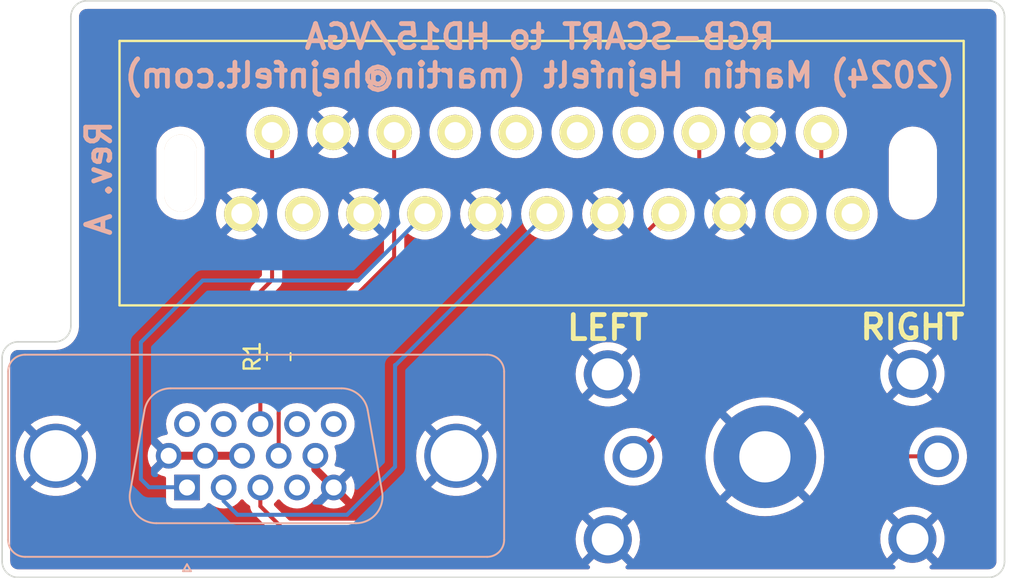
<source format=kicad_pcb>
(kicad_pcb (version 20211014) (generator pcbnew)
  (layers (0 "F.Cu" signal) (31 "B.Cu" signal) (34 "B.Paste" user) (35 "F.Paste" user) (36 "B.SilkS" user "B.Silkscreen") (37 "F.SilkS" user "F.Silkscreen") (38 "B.Mask" user) (39 "F.Mask" user) (44 "Edge.Cuts" user))
  (net 0 "")
  (net 1 "/SYNC")
  (net 2 "GND")
  (net 3 "/BLANKING")
  (net 8 "/AUDIO_L")
  (net 9 "/AUDIO_R")
  (net 11 "/RED")
  (net 12 "/GREEN")
  (net 13 "/BLUE")
  (footprint "k-scartx-024:K-SCARTX-024" (layer "F.Cu") (at 137.707107 81.22)
    (fp_text reference "J1" hide)
    (fp_text value "SCART-F")
    (fp_line (start -26.67 -5.715) (end -26.67 10.795) (layer "F.SilkS") (width 0.15))
    (fp_line (start -26.67 10.795) (end 26.03 10.795) (layer "F.SilkS") (width 0.15))
    (fp_line (start -26.67 -5.715) (end 26.03 -5.715) (layer "F.SilkS") (width 0.15))
    (fp_line (start 26.035 -5.715) (end 26.035 10.785) (layer "F.SilkS") (width 0.15))
    (pad "" np_thru_hole oval locked (at 22.86 2.54) (size 2 4.8) (drill oval 2 4.8) (layers *.Cu *.Mask))
    (pad "" np_thru_hole oval locked (at -22.86 2.54) (size 2 4.8) (drill oval 2 4.8) (layers *.Cu *.SilkS *.Mask "Dwgs.User" "Eco1.User" "Eco2.User"))
    (pad "1" thru_hole circle locked (at 19.06 5.08) (size 2.2 2.2) (drill 1.3) (layers *.Cu *.Mask "F.SilkS"))
    (pad "2" thru_hole circle locked (at 17.145 0) (size 2.2 2.2) (drill 1.3) (layers *.Cu *.Mask "F.SilkS") (net 9 "/AUDIO_R"))
    (pad "3" thru_hole circle locked (at 15.25 5.08) (size 2.2 2.2) (drill 1.3) (layers *.Cu *.Mask "F.SilkS"))
    (pad "4" thru_hole circle locked (at 13.335 0) (size 2.2 2.2) (drill 1.3) (layers *.Cu *.Mask "F.SilkS") (net 2 "GND"))
    (pad "5" thru_hole circle locked (at 11.44 5.08) (size 2.2 2.2) (drill 1.3) (layers *.Cu *.Mask "F.SilkS") (net 2 "GND"))
    (pad "6" thru_hole circle locked (at 9.525 0) (size 2.2 2.2) (drill 1.3) (layers *.Cu *.Mask "F.SilkS") (net 8 "/AUDIO_L"))
    (pad "7" thru_hole circle locked (at 7.63 5.08) (size 2.2 2.2) (drill 1.3) (layers *.Cu *.Mask "F.SilkS") (net 13 "/BLUE"))
    (pad "8" thru_hole circle locked (at 5.715 0) (size 2.2 2.2) (drill 1.3) (layers *.Cu *.Mask "F.SilkS"))
    (pad "9" thru_hole circle locked (at 3.82 5.08) (size 2.2 2.2) (drill 1.3) (layers *.Cu *.Mask "F.SilkS") (net 2 "GND"))
    (pad "10" thru_hole circle locked (at 1.905 0) (size 2.2 2.2) (drill 1.3) (layers *.Cu *.Mask "F.SilkS"))
    (pad "11" thru_hole circle locked (at 0.01 5.08) (size 2.2 2.2) (drill 1.3) (layers *.Cu *.Mask "F.SilkS") (net 12 "/GREEN"))
    (pad "12" thru_hole circle locked (at -1.905 0) (size 2.2 2.2) (drill 1.3) (layers *.Cu *.Mask "F.SilkS"))
    (pad "13" thru_hole circle locked (at -3.8 5.08) (size 2.2 2.2) (drill 1.3) (layers *.Cu *.Mask "F.SilkS") (net 2 "GND"))
    (pad "14" thru_hole circle locked (at -5.715 0) (size 2.2 2.2) (drill 1.3) (layers *.Cu *.Mask "F.SilkS"))
    (pad "15" thru_hole circle locked (at -7.61 5.08) (size 2.2 2.2) (drill 1.3) (layers *.Cu *.Mask "F.SilkS") (net 11 "/RED"))
    (pad "16" thru_hole circle locked (at -9.525 0) (size 2.2 2.2) (drill 1.3) (layers *.Cu *.Mask "F.SilkS") (net 3 "/BLANKING"))
    (pad "17" thru_hole circle locked (at -11.42 5.08) (size 2.2 2.2) (drill 1.3) (layers *.Cu *.Mask "F.SilkS") (net 2 "GND"))
    (pad "18" thru_hole circle locked (at -13.335 0) (size 2.2 2.2) (drill 1.3) (layers *.Cu *.Mask "F.SilkS") (net 2 "GND"))
    (pad "19" thru_hole circle locked (at -15.23 5.08) (size 2.2 2.2) (drill 1.3) (layers *.Cu *.Mask "F.SilkS"))
    (pad "20" thru_hole circle locked (at -17.145 0) (size 2.2 2.2) (drill 1.3) (layers *.Cu *.Mask "F.SilkS") (net 1 "/SYNC"))
    (pad "21" thru_hole circle locked (at -19.04 5.08) (size 2.2 2.2) (drill 1.3) (layers *.Cu *.Mask "F.SilkS") (net 2 "GND"))
  )
  (footprint "rca:RCJ-02" (layer "F.Cu") (at 162.14 101.44 -90)
    (fp_text reference "J2" hide)
    (fp_text value "Audio_Right")
    (pad "1" thru_hole circle locked (at 0 0 270) (size 2.6 2.6) (drill 1.7) (layers *.Cu *.Mask) (net 9 "/AUDIO_R"))
    (pad "2" thru_hole circle locked (at 5.15 1.6 270) (size 3 3) (drill 2) (layers *.Cu *.Mask) (net 2 "GND"))
    (pad "2" thru_hole circle locked (at -5.15 1.6 270) (size 3 3) (drill 2) (layers *.Cu *.Mask) (net 2 "GND"))
  )
  (footprint "rca:RCJ-02" (layer "F.Cu") (at 143.12 101.47 -90)
    (fp_text reference "J3" hide)
    (fp_text value "Audio_Left")
    (pad "1" thru_hole circle locked (at 0 0 270) (size 2.6 2.6) (drill 1.7) (layers *.Cu *.Mask) (net 8 "/AUDIO_L"))
    (pad "2" thru_hole circle locked (at 5.15 1.6 270) (size 3 3) (drill 2) (layers *.Cu *.Mask) (net 2 "GND"))
    (pad "2" thru_hole circle locked (at -5.15 1.6 270) (size 3 3) (drill 2) (layers *.Cu *.Mask) (net 2 "GND"))
  )
  (footprint "MountingHole:MountingHole_3.2mm_M3_Pad" (layer "F.Cu") (at 151.33 101.47)
    (fp_text reference "H1" hide)
    (fp_text value "MountingHole_Pad")
    (pad "1" thru_hole circle (at 0 0) (size 6.4 6.4) (drill 3.2) (layers *.Cu *.Mask) (net 2 "GND"))
  )
  (footprint "Resistor_SMD:R_0805_2012Metric_Pad1.20x1.40mm_HandSolder" (layer "F.Cu") (at 120.98 95.22 90)
    (fp_text reference "R1" (at 0 -1.65 90) (layer "F.SilkS"))
    (fp_text value "75R")
    (fp_line (start -0.227064 0.735) (end 0.227064 0.735) (layer "F.SilkS") (width 0.12))
    (fp_line (start -0.227064 -0.735) (end 0.227064 -0.735) (layer "F.SilkS") (width 0.12))
    (pad "1" smd roundrect (at -1 0 90) (size 1.2 1.4) (layers "F.Cu" "F.Paste" "F.Mask") (roundrect_rratio 0.2083333333) (net 3 "/BLANKING"))
    (pad "2" smd roundrect (at 1 0 90) (size 1.2 1.4) (layers "F.Cu" "F.Paste" "F.Mask") (roundrect_rratio 0.2083333333) (net 2 "GND"))
  )
  (footprint "Connector_Dsub:DSUB-15-HD_Male_Vertical_P2.29x1.98mm_MountingHoles" (layer "B.Cu") (at 115.25 103.385331)
    (fp_text reference "J10" hide)
    (fp_text value "DB15_Male_HighDensity_MountingHoles")
    (fp_line (start -1.916689 2.23) (end 10.546689 2.23) (layer "B.SilkS") (width 0.12))
    (fp_line (start -1.017421 -6.19) (end 9.647421 -6.19) (layer "B.SilkS") (width 0.12))
    (fp_line (start 19.8 3.27) (end 19.8 -7.23) (layer "B.SilkS") (width 0.12))
    (fp_line (start -0.25 5.224338) (end 0.25 5.224338) (layer "B.SilkS") (width 0.12))
    (fp_line (start -10.11 4.33) (end 18.74 4.33) (layer "B.SilkS") (width 0.12))
    (fp_line (start 0 4.791325) (end -0.25 5.224338) (layer "B.SilkS") (width 0.12))
    (fp_line (start -11.17 -7.23) (end -11.17 3.27) (layer "B.SilkS") (width 0.12))
    (fp_line (start -3.55147 0.281744) (end -2.652202 -4.818256) (layer "B.SilkS") (width 0.12))
    (fp_line (start 12.18147 0.281744) (end 11.282202 -4.818256) (layer "B.SilkS") (width 0.12))
    (fp_line (start 18.74 -8.29) (end -10.11 -8.29) (layer "B.SilkS") (width 0.12))
    (fp_line (start 0.25 5.224338) (end 0 4.791325) (layer "B.SilkS") (width 0.12))
    (fp_arc (start 9.647421 -6.19) (mid 10.714437 -5.801626) (end 11.282202 -4.818256) (layer "B.SilkS") (width 0.12))
    (fp_arc (start 19.8 3.27) (mid 19.489533 4.019533) (end 18.74 4.33) (layer "B.SilkS") (width 0.12))
    (fp_arc (start -1.916689 2.23) (mid -3.188323 1.637028) (end -3.55147 0.281744) (layer "B.SilkS") (width 0.12))
    (fp_arc (start 12.18147 0.281744) (mid 11.818323 1.637024) (end 10.546689 2.23) (layer "B.SilkS") (width 0.12))
    (fp_arc (start 18.74 -8.29) (mid 19.489533 -7.979533) (end 19.8 -7.23) (layer "B.SilkS") (width 0.12))
    (fp_arc (start -2.652202 -4.818256) (mid -2.084448 -5.801633) (end -1.017421 -6.19) (layer "B.SilkS") (width 0.12))
    (fp_arc (start -11.17 -7.23) (mid -10.859533 -7.979533) (end -10.11 -8.29) (layer "B.SilkS") (width 0.12))
    (fp_arc (start -10.11 4.33) (mid -10.859533 4.019533) (end -11.17 3.27) (layer "B.SilkS") (width 0.12))
    (pad "0" thru_hole circle (at 16.815 -1.98) (size 4 4) (drill 3.2) (layers *.Cu *.Mask) (net 2 "GND"))
    (pad "0" thru_hole circle (at -8.185 -1.98) (size 4 4) (drill 3.2) (layers *.Cu *.Mask) (net 2 "GND"))
    (pad "1" thru_hole rect (at 0 0) (size 1.6 1.6) (drill 1) (layers *.Cu *.Mask) (net 11 "/RED"))
    (pad "2" thru_hole circle (at 2.29 0) (size 1.6 1.6) (drill 1) (layers *.Cu *.Mask) (net 12 "/GREEN"))
    (pad "3" thru_hole circle (at 4.58 0) (size 1.6 1.6) (drill 1) (layers *.Cu *.Mask) (net 13 "/BLUE"))
    (pad "4" thru_hole circle (at 6.87 0) (size 1.6 1.6) (drill 1) (layers *.Cu *.Mask))
    (pad "5" thru_hole circle (at 9.16 0) (size 1.6 1.6) (drill 1) (layers *.Cu *.Mask) (net 2 "GND"))
    (pad "6" thru_hole circle (at -1.145 -1.98) (size 1.6 1.6) (drill 1) (layers *.Cu *.Mask) (net 2 "GND"))
    (pad "7" thru_hole circle (at 1.145 -1.98) (size 1.6 1.6) (drill 1) (layers *.Cu *.Mask) (net 2 "GND"))
    (pad "8" thru_hole circle (at 3.435 -1.98) (size 1.6 1.6) (drill 1) (layers *.Cu *.Mask) (net 2 "GND"))
    (pad "9" thru_hole circle (at 5.725 -1.98) (size 1.6 1.6) (drill 1) (layers *.Cu *.Mask) (net 3 "/BLANKING"))
    (pad "10" thru_hole circle (at 8.015 -1.98) (size 1.6 1.6) (drill 1) (layers *.Cu *.Mask) (net 2 "GND"))
    (pad "11" thru_hole circle (at 0 -3.96) (size 1.6 1.6) (drill 1) (layers *.Cu *.Mask))
    (pad "12" thru_hole circle (at 2.29 -3.96) (size 1.6 1.6) (drill 1) (layers *.Cu *.Mask))
    (pad "13" thru_hole circle (at 4.58 -3.96) (size 1.6 1.6) (drill 1) (layers *.Cu *.Mask) (net 1 "/SYNC"))
    (pad "14" thru_hole circle (at 6.87 -3.96) (size 1.6 1.6) (drill 1) (layers *.Cu *.Mask))
    (pad "15" thru_hole circle (at 9.16 -3.96) (size 1.6 1.6) (drill 1) (layers *.Cu *.Mask))
  )
  (gr_line (start 166.292893 74) (end 166.292893 108) (layer "Edge.Cuts") (width 0.1))
  (gr_line (start 103.707107 108) (end 103.707107 95.292893) (layer "Edge.Cuts") (width 0.1))
  (gr_arc (start 108 74) (mid 108.292893 73.292893) (end 109 73) (layer "Edge.Cuts") (width 0.1))
  (gr_arc (start 104.707107 109) (mid 104 108.707107) (end 103.707107 108) (layer "Edge.Cuts") (width 0.1))
  (gr_arc (start 103.707107 95.292893) (mid 104 94.585786) (end 104.707107 94.292893) (layer "Edge.Cuts") (width 0.1))
  (gr_line (start 104.707107 94.292893) (end 107 94.292893) (layer "Edge.Cuts") (width 0.1))
  (gr_line (start 109 73) (end 165.292893 73) (layer "Edge.Cuts") (width 0.1))
  (gr_line (start 165.292893 109) (end 104.707107 109) (layer "Edge.Cuts") (width 0.1))
  (gr_line (start 108 93.292893) (end 108 74) (layer "Edge.Cuts") (width 0.1))
  (gr_arc (start 166.292893 108) (mid 166 108.707107) (end 165.292893 109) (layer "Edge.Cuts") (width 0.1))
  (gr_arc (start 165.292893 73) (mid 166 73.292893) (end 166.292893 74) (layer "Edge.Cuts") (width 0.1))
  (gr_arc (start 108 93.292893) (mid 107.707107 94) (end 107 94.292893) (layer "Edge.Cuts") (width 0.1))
  (gr_text "RGB-SCART to HD15/VGA\n(2024) Martin Hejnfelt (martin@hejnfelt.com)" (at 137.277107 76.45) (layer "B.SilkS") (effects (font (size 1.5 1.5) (thickness 0.3)) (justify mirror)))
  (gr_text "Rev. A" (at 109.747107 84.07 90) (layer "B.SilkS") (effects (font (size 1.5 1.5) (thickness 0.3)) (justify mirror)))
  (gr_text "RIGHT" (at 160.54 93.38) (layer "F.SilkS") (effects (font (size 1.5 1.5) (thickness 0.3))))
  (gr_text "LEFT" (at 141.51 93.41) (layer "F.SilkS") (effects (font (size 1.5 1.5) (thickness 0.3))))
  (segment (start 120.562107 90.425) (end 119.83 91.157107) (width 0.25) (layer "F.Cu") (net 1))
  (segment (start 119.83 91.157107) (end 119.83 99.425331) (width 0.25) (layer "F.Cu") (net 1))
  (segment (start 120.562107 81.22) (end 120.562107 90.425) (width 0.25) (layer "F.Cu") (net 1))
  (segment (start 123.265 102.240331) (end 124.41 103.385331) (width 0.5) (layer "F.Cu") (net 2))
  (segment (start 123.265 101.405331) (end 123.265 102.240331) (width 0.5) (layer "F.Cu") (net 2))
  (segment (start 114.105 101.405331) (end 116.395 101.405331) (width 0.5) (layer "F.Cu") (net 2))
  (segment (start 116.395 101.405331) (end 118.685 101.405331) (width 0.5) (layer "F.Cu") (net 2))
  (segment (start 128.182107 89.017893) (end 126.405 90.795) (width 0.25) (layer "F.Cu") (net 3))
  (segment (start 120.98 96.22) (end 126.405 90.795) (width 0.25) (layer "F.Cu") (net 3))
  (segment (start 128.182107 81.22) (end 128.182107 89.017893) (width 0.25) (layer "F.Cu") (net 3))
  (segment (start 120.975 96.225) (end 120.98 96.22) (width 0.25) (layer "F.Cu") (net 3))
  (segment (start 120.975 98.785) (end 120.975 101.405331) (width 0.25) (layer "F.Cu") (net 3))
  (segment (start 120.975 98.785) (end 120.975 96.225) (width 0.25) (layer "F.Cu") (net 3))
  (segment (start 145.455 99.135) (end 143.12 101.47) (width 0.25) (layer "F.Cu") (net 8))
  (segment (start 147.232107 90.450786) (end 145.455 92.227893) (width 0.25) (layer "F.Cu") (net 8))
  (segment (start 145.455 92.227893) (end 145.455 99.135) (width 0.25) (layer "F.Cu") (net 8))
  (segment (start 147.232107 81.22) (end 147.232107 90.450786) (width 0.25) (layer "F.Cu") (net 8))
  (segment (start 157.94 92.81) (end 157.94 100.94) (width 0.25) (layer "F.Cu") (net 9))
  (segment (start 154.852107 81.22) (end 154.852107 89.722106) (width 0.25) (layer "F.Cu") (net 9))
  (segment (start 154.852107 89.722106) (end 157.94 92.81) (width 0.25) (layer "F.Cu") (net 9))
  (segment (start 158.44 101.44) (end 162.14 101.44) (width 0.25) (layer "F.Cu") (net 9))
  (segment (start 157.94 100.94) (end 158.44 101.44) (width 0.25) (layer "F.Cu") (net 9))
  (segment (start 115.234669 103.37) (end 112.88 103.37) (width 0.25) (layer "B.Cu") (net 11))
  (segment (start 112.37 102.86) (end 112.37 94.32) (width 0.25) (layer "B.Cu") (net 11))
  (segment (start 112.88 103.37) (end 112.37 102.86) (width 0.25) (layer "B.Cu") (net 11))
  (segment (start 112.37 94.32) (end 116.23 90.46) (width 0.25) (layer "B.Cu") (net 11))
  (segment (start 125.937107 90.46) (end 124.66 90.46) (width 0.25) (layer "B.Cu") (net 11))
  (segment (start 130.097107 86.3) (end 125.937107 90.46) (width 0.25) (layer "B.Cu") (net 11))
  (segment (start 115.25 103.385331) (end 115.234669 103.37) (width 0.25) (layer "B.Cu") (net 11))
  (segment (start 116.23 90.46) (end 124.66 90.46) (width 0.25) (layer "B.Cu") (net 11))
  (segment (start 117.54 103.385331) (end 117.54 104.23) (width 0.25) (layer "B.Cu") (net 12))
  (segment (start 117.54 104.23) (end 118.4 105.09) (width 0.25) (layer "B.Cu") (net 12))
  (segment (start 118.4 105.09) (end 125.24 105.09) (width 0.25) (layer "B.Cu") (net 12))
  (segment (start 128.274214 95.742893) (end 128.24 95.742893) (width 0.25) (layer "B.Cu") (net 12))
  (segment (start 128.24 102.09) (end 128.24 95.742893) (width 0.25) (layer "B.Cu") (net 12))
  (segment (start 137.717107 86.3) (end 128.274214 95.742893) (width 0.25) (layer "B.Cu") (net 12))
  (segment (start 125.24 105.09) (end 128.24 102.09) (width 0.25) (layer "B.Cu") (net 12))
  (segment (start 136.33 102.03) (end 136.33 95.06) (width 0.25) (layer "F.Cu") (net 13))
  (segment (start 145.337107 86.3) (end 145.090001 86.3) (width 0.25) (layer "F.Cu") (net 13))
  (segment (start 119.83 104.55) (end 121.37 106.09) (width 0.25) (layer "F.Cu") (net 13))
  (segment (start 132.27 106.09) (end 136.33 102.03) (width 0.25) (layer "F.Cu") (net 13))
  (segment (start 121.37 106.09) (end 132.27 106.09) (width 0.25) (layer "F.Cu") (net 13))
  (segment (start 136.33 95.06) (end 136.448554 94.941447) (width 0.25) (layer "F.Cu") (net 13))
  (segment (start 145.090001 86.3) (end 136.448554 94.941447) (width 0.25) (layer "F.Cu") (net 13))
  (segment (start 119.83 103.385331) (end 119.83 104.55) (width 0.25) (layer "F.Cu") (net 13))
  (zone (net 2) (net_name "GND") (layers F&B.Cu) (connect_pads (clearance 0.508)) (min_thickness 0.254) (fill yes (thermal_gap 0.508) (thermal_bridge_width 0.508))
    (polygon (pts (xy 166 109) (xy 104 109) (xy 104 73) (xy 166 73)))
  )
)
</source>
